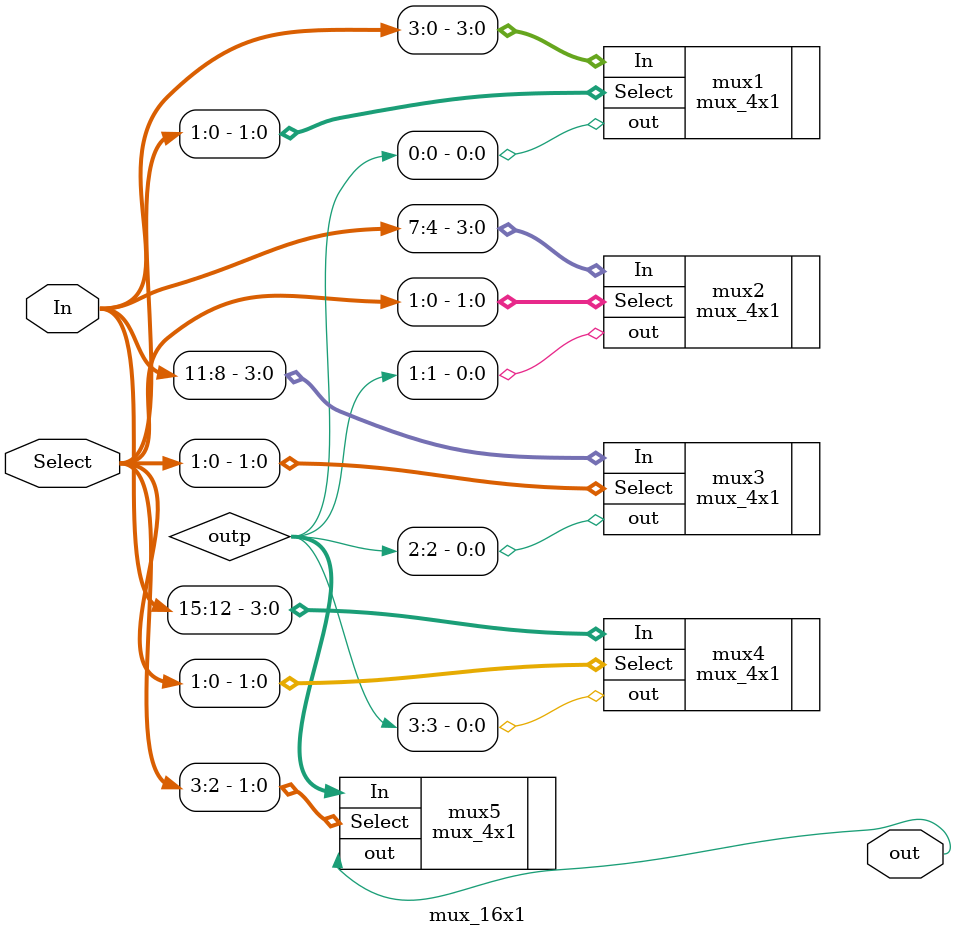
<source format=v>
module mux_16x1(input [15:0]In, input [3:0]Select, output out);
wire [3:0]outp;
mux_4x1 mux1(.In(In[3:0]), .Select(Select[1:0]), .out(outp[0]));
mux_4x1 mux2(.In(In[7:4]), .Select(Select[1:0]), .out(outp[1]));
mux_4x1 mux3(.In(In[11:8]), .Select(Select[1:0]), .out(outp[2]));
mux_4x1 mux4(.In(In[15:12]), .Select(Select[1:0]), .out(outp[3]));
mux_4x1 mux5(.In(outp), .Select(Select[3:2]), .out(out));

endmodule

</source>
